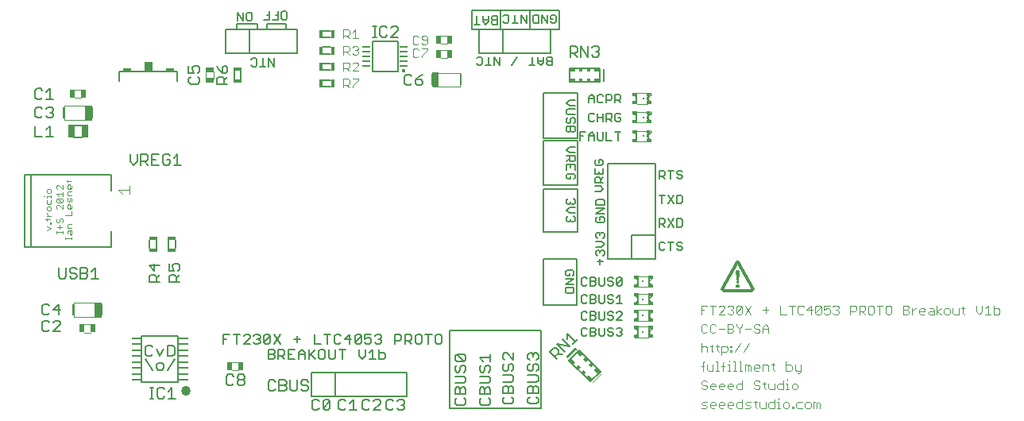
<source format=gto>
G75*
G70*
%OFA0B0*%
%FSLAX24Y24*%
%IPPOS*%
%LPD*%
%AMOC8*
5,1,8,0,0,1.08239X$1,22.5*
%
%ADD10C,0.0060*%
%ADD11C,0.0050*%
%ADD12C,0.0040*%
%ADD13C,0.0120*%
%ADD14C,0.0030*%
%ADD15R,0.0197X0.0374*%
%ADD16R,0.0197X0.0374*%
%ADD17R,0.0079X0.0472*%
%ADD18R,0.0256X0.0591*%
%ADD19R,0.0236X0.0118*%
%ADD20R,0.0157X0.0118*%
%ADD21R,0.0197X0.0118*%
%ADD22R,0.0039X0.0551*%
%ADD23R,0.0079X0.0551*%
%ADD24R,0.0079X0.0039*%
%ADD25R,0.0197X0.0128*%
%ADD26R,0.0098X0.0059*%
%ADD27R,0.0069X0.0157*%
%ADD28R,0.0079X0.0079*%
%ADD29R,0.0118X0.0118*%
%ADD30R,0.0030X0.0128*%
%ADD31R,0.0256X0.0551*%
%ADD32R,0.0354X0.0394*%
%ADD33R,0.0354X0.0118*%
%ADD34R,0.0374X0.0197*%
%ADD35R,0.0374X0.0197*%
%ADD36R,0.0374X0.0067*%
%ADD37C,0.0157*%
%ADD38R,0.0160X0.0340*%
%ADD39R,0.0340X0.0160*%
%ADD40C,0.0406*%
%ADD41R,0.0409X0.0098*%
D10*
X009352Y004708D02*
X009352Y006638D01*
X010892Y006638D01*
X010892Y004708D01*
X009352Y004708D01*
X009814Y005218D02*
X009520Y005659D01*
X009594Y005809D02*
X009741Y005809D01*
X009814Y005882D01*
X009594Y005809D02*
X009520Y005882D01*
X009520Y006176D01*
X009594Y006249D01*
X009741Y006249D01*
X009814Y006176D01*
X009981Y006102D02*
X010128Y005809D01*
X010274Y006102D01*
X010441Y006249D02*
X010661Y006249D01*
X010735Y006176D01*
X010735Y005882D01*
X010661Y005809D01*
X010441Y005809D01*
X010441Y006249D01*
X010735Y005659D02*
X010441Y005218D01*
X010274Y005292D02*
X010201Y005218D01*
X010054Y005218D01*
X009981Y005292D01*
X009981Y005439D01*
X010054Y005512D01*
X010201Y005512D01*
X010274Y005439D01*
X010274Y005292D01*
X012791Y006309D02*
X012791Y006709D01*
X013058Y006709D01*
X013215Y006709D02*
X013482Y006709D01*
X013348Y006709D02*
X013348Y006309D01*
X013638Y006309D02*
X013905Y006576D01*
X013905Y006642D01*
X013838Y006709D01*
X013705Y006709D01*
X013638Y006642D01*
X013638Y006309D02*
X013905Y006309D01*
X014062Y006376D02*
X014128Y006309D01*
X014262Y006309D01*
X014329Y006376D01*
X014329Y006442D01*
X014262Y006509D01*
X014195Y006509D01*
X014262Y006509D02*
X014329Y006576D01*
X014329Y006642D01*
X014262Y006709D01*
X014128Y006709D01*
X014062Y006642D01*
X014485Y006642D02*
X014485Y006376D01*
X014752Y006642D01*
X014752Y006376D01*
X014685Y006309D01*
X014552Y006309D01*
X014485Y006376D01*
X014485Y006642D02*
X014552Y006709D01*
X014685Y006709D01*
X014752Y006642D01*
X014909Y006709D02*
X015176Y006309D01*
X015093Y006084D02*
X015293Y006084D01*
X015360Y006017D01*
X015360Y005884D01*
X015293Y005817D01*
X015093Y005817D01*
X015226Y005817D02*
X015360Y005684D01*
X015516Y005684D02*
X015783Y005684D01*
X015940Y005684D02*
X015940Y005951D01*
X016073Y006084D01*
X016207Y005951D01*
X016207Y005684D01*
X016363Y005684D02*
X016363Y006084D01*
X016430Y005884D02*
X016630Y005684D01*
X016787Y005751D02*
X016854Y005684D01*
X016987Y005684D01*
X017054Y005751D01*
X017054Y006017D01*
X016987Y006084D01*
X016854Y006084D01*
X016787Y006017D01*
X016787Y005751D01*
X016630Y006084D02*
X016363Y005817D01*
X016207Y005884D02*
X015940Y005884D01*
X015783Y006084D02*
X015516Y006084D01*
X015516Y005684D01*
X015516Y005884D02*
X015650Y005884D01*
X015093Y005684D02*
X015093Y006084D01*
X014936Y006017D02*
X014936Y005951D01*
X014869Y005884D01*
X014669Y005884D01*
X014669Y005684D02*
X014869Y005684D01*
X014936Y005751D01*
X014936Y005817D01*
X014869Y005884D01*
X014936Y006017D02*
X014869Y006084D01*
X014669Y006084D01*
X014669Y005684D01*
X014909Y006309D02*
X015176Y006709D01*
X015756Y006509D02*
X016023Y006509D01*
X015889Y006642D02*
X015889Y006376D01*
X016603Y006309D02*
X016870Y006309D01*
X016603Y006309D02*
X016603Y006709D01*
X017027Y006709D02*
X017293Y006709D01*
X017160Y006709D02*
X017160Y006309D01*
X017210Y006084D02*
X017210Y005751D01*
X017277Y005684D01*
X017411Y005684D01*
X017477Y005751D01*
X017477Y006084D01*
X017634Y006084D02*
X017901Y006084D01*
X017767Y006084D02*
X017767Y005684D01*
X017471Y005098D02*
X016471Y005098D01*
X016471Y004098D01*
X017471Y004098D01*
X017471Y005098D01*
X020471Y005098D01*
X020471Y004098D01*
X017471Y004098D01*
X017628Y003892D02*
X017701Y003966D01*
X017848Y003966D01*
X017921Y003892D01*
X018088Y003819D02*
X018235Y003966D01*
X018235Y003525D01*
X018088Y003525D02*
X018382Y003525D01*
X018628Y003599D02*
X018701Y003525D01*
X018848Y003525D01*
X018921Y003599D01*
X019088Y003525D02*
X019382Y003819D01*
X019382Y003892D01*
X019308Y003966D01*
X019161Y003966D01*
X019088Y003892D01*
X018921Y003892D02*
X018848Y003966D01*
X018701Y003966D01*
X018628Y003892D01*
X018628Y003599D01*
X019088Y003525D02*
X019382Y003525D01*
X019628Y003599D02*
X019701Y003525D01*
X019848Y003525D01*
X019921Y003599D01*
X020088Y003599D02*
X020161Y003525D01*
X020308Y003525D01*
X020382Y003599D01*
X020382Y003672D01*
X020308Y003746D01*
X020235Y003746D01*
X020308Y003746D02*
X020382Y003819D01*
X020382Y003892D01*
X020308Y003966D01*
X020161Y003966D01*
X020088Y003892D01*
X019921Y003892D02*
X019848Y003966D01*
X019701Y003966D01*
X019628Y003892D01*
X019628Y003599D01*
X017921Y003599D02*
X017848Y003525D01*
X017701Y003525D01*
X017628Y003599D01*
X017628Y003892D01*
X017257Y003892D02*
X016963Y003599D01*
X017036Y003525D01*
X017183Y003525D01*
X017257Y003599D01*
X017257Y003892D01*
X017183Y003966D01*
X017036Y003966D01*
X016963Y003892D01*
X016963Y003599D01*
X016796Y003599D02*
X016723Y003525D01*
X016576Y003525D01*
X016503Y003599D01*
X016503Y003892D01*
X016576Y003966D01*
X016723Y003966D01*
X016796Y003892D01*
X018614Y005684D02*
X018748Y005817D01*
X018748Y006084D01*
X018905Y005951D02*
X019038Y006084D01*
X019038Y005684D01*
X018905Y005684D02*
X019171Y005684D01*
X019328Y005684D02*
X019528Y005684D01*
X019595Y005751D01*
X019595Y005884D01*
X019528Y005951D01*
X019328Y005951D01*
X019328Y006084D02*
X019328Y005684D01*
X018614Y005684D02*
X018481Y005817D01*
X018481Y006084D01*
X018497Y006309D02*
X018364Y006309D01*
X018297Y006376D01*
X018564Y006642D01*
X018564Y006376D01*
X018497Y006309D01*
X018297Y006376D02*
X018297Y006642D01*
X018364Y006709D01*
X018497Y006709D01*
X018564Y006642D01*
X018721Y006709D02*
X018721Y006509D01*
X018854Y006576D01*
X018921Y006576D01*
X018988Y006509D01*
X018988Y006376D01*
X018921Y006309D01*
X018787Y006309D01*
X018721Y006376D01*
X018721Y006709D02*
X018988Y006709D01*
X019144Y006642D02*
X019211Y006709D01*
X019344Y006709D01*
X019411Y006642D01*
X019411Y006576D01*
X019344Y006509D01*
X019411Y006442D01*
X019411Y006376D01*
X019344Y006309D01*
X019211Y006309D01*
X019144Y006376D01*
X019278Y006509D02*
X019344Y006509D01*
X019991Y006442D02*
X020192Y006442D01*
X020258Y006509D01*
X020258Y006642D01*
X020192Y006709D01*
X019991Y006709D01*
X019991Y006309D01*
X020415Y006309D02*
X020415Y006709D01*
X020615Y006709D01*
X020682Y006642D01*
X020682Y006509D01*
X020615Y006442D01*
X020415Y006442D01*
X020548Y006442D02*
X020682Y006309D01*
X020838Y006376D02*
X020905Y006309D01*
X021039Y006309D01*
X021105Y006376D01*
X021105Y006642D01*
X021039Y006709D01*
X020905Y006709D01*
X020838Y006642D01*
X020838Y006376D01*
X021262Y006709D02*
X021529Y006709D01*
X021395Y006709D02*
X021395Y006309D01*
X021686Y006376D02*
X021686Y006642D01*
X021752Y006709D01*
X021886Y006709D01*
X021952Y006642D01*
X021952Y006376D01*
X021886Y006309D01*
X021752Y006309D01*
X021686Y006376D01*
X022286Y006862D02*
X022286Y003614D01*
X026124Y003614D01*
X026124Y006862D01*
X022286Y006862D01*
X022578Y005877D02*
X022871Y005583D01*
X022945Y005657D01*
X022945Y005804D01*
X022871Y005877D01*
X022578Y005877D01*
X022504Y005804D01*
X022504Y005657D01*
X022578Y005583D01*
X022871Y005583D01*
X022871Y005417D02*
X022798Y005417D01*
X022725Y005343D01*
X022725Y005196D01*
X022651Y005123D01*
X022578Y005123D01*
X022504Y005196D01*
X022504Y005343D01*
X022578Y005417D01*
X022871Y005417D02*
X022945Y005343D01*
X022945Y005196D01*
X022871Y005123D01*
X022871Y004956D02*
X022504Y004956D01*
X022504Y004663D02*
X022871Y004663D01*
X022945Y004736D01*
X022945Y004883D01*
X022871Y004956D01*
X022871Y004496D02*
X022798Y004496D01*
X022725Y004422D01*
X022725Y004202D01*
X022945Y004202D02*
X022504Y004202D01*
X022504Y004422D01*
X022578Y004496D01*
X022651Y004496D01*
X022725Y004422D01*
X022871Y004496D02*
X022945Y004422D01*
X022945Y004202D01*
X022871Y004036D02*
X022945Y003962D01*
X022945Y003815D01*
X022871Y003742D01*
X022578Y003742D01*
X022504Y003815D01*
X022504Y003962D01*
X022578Y004036D01*
X023538Y003962D02*
X023538Y003815D01*
X023611Y003742D01*
X023905Y003742D01*
X023978Y003815D01*
X023978Y003962D01*
X023905Y004036D01*
X023978Y004202D02*
X023978Y004422D01*
X023905Y004496D01*
X023831Y004496D01*
X023758Y004422D01*
X023758Y004202D01*
X023538Y004202D02*
X023538Y004422D01*
X023611Y004496D01*
X023685Y004496D01*
X023758Y004422D01*
X023905Y004663D02*
X023538Y004663D01*
X023538Y004956D02*
X023905Y004956D01*
X023978Y004883D01*
X023978Y004736D01*
X023905Y004663D01*
X024522Y004712D02*
X024889Y004712D01*
X024962Y004785D01*
X024962Y004932D01*
X024889Y005005D01*
X024522Y005005D01*
X024595Y005172D02*
X024669Y005172D01*
X024742Y005246D01*
X024742Y005392D01*
X024816Y005466D01*
X024889Y005466D01*
X024962Y005392D01*
X024962Y005246D01*
X024889Y005172D01*
X024595Y005172D02*
X024522Y005246D01*
X024522Y005392D01*
X024595Y005466D01*
X024595Y005633D02*
X024522Y005706D01*
X024522Y005853D01*
X024595Y005926D01*
X024669Y005926D01*
X024962Y005633D01*
X024962Y005926D01*
X025556Y005853D02*
X025556Y005706D01*
X025629Y005633D01*
X025629Y005466D02*
X025556Y005392D01*
X025556Y005246D01*
X025629Y005172D01*
X025702Y005172D01*
X025776Y005246D01*
X025776Y005392D01*
X025849Y005466D01*
X025923Y005466D01*
X025996Y005392D01*
X025996Y005246D01*
X025923Y005172D01*
X025923Y005005D02*
X025556Y005005D01*
X025923Y005005D02*
X025996Y004932D01*
X025996Y004785D01*
X025923Y004712D01*
X025556Y004712D01*
X025629Y004545D02*
X025556Y004472D01*
X025556Y004252D01*
X025996Y004252D01*
X025996Y004472D01*
X025923Y004545D01*
X025849Y004545D01*
X025776Y004472D01*
X025776Y004252D01*
X025776Y004472D02*
X025702Y004545D01*
X025629Y004545D01*
X025629Y004085D02*
X025556Y004011D01*
X025556Y003865D01*
X025629Y003791D01*
X025923Y003791D01*
X025996Y003865D01*
X025996Y004011D01*
X025923Y004085D01*
X024962Y004011D02*
X024962Y003865D01*
X024889Y003791D01*
X024595Y003791D01*
X024522Y003865D01*
X024522Y004011D01*
X024595Y004085D01*
X024522Y004252D02*
X024522Y004472D01*
X024595Y004545D01*
X024669Y004545D01*
X024742Y004472D01*
X024742Y004252D01*
X024742Y004472D02*
X024816Y004545D01*
X024889Y004545D01*
X024962Y004472D01*
X024962Y004252D01*
X024522Y004252D01*
X024889Y004085D02*
X024962Y004011D01*
X023978Y004202D02*
X023538Y004202D01*
X023611Y004036D02*
X023538Y003962D01*
X023611Y005123D02*
X023685Y005123D01*
X023758Y005196D01*
X023758Y005343D01*
X023831Y005417D01*
X023905Y005417D01*
X023978Y005343D01*
X023978Y005196D01*
X023905Y005123D01*
X023611Y005123D02*
X023538Y005196D01*
X023538Y005343D01*
X023611Y005417D01*
X023685Y005583D02*
X023538Y005730D01*
X023978Y005730D01*
X023978Y005583D02*
X023978Y005877D01*
X025556Y005853D02*
X025629Y005926D01*
X025702Y005926D01*
X025776Y005853D01*
X025849Y005926D01*
X025923Y005926D01*
X025996Y005853D01*
X025996Y005706D01*
X025923Y005633D01*
X025776Y005779D02*
X025776Y005853D01*
X027291Y005622D02*
X027709Y006039D01*
X028599Y005149D01*
X028182Y004731D01*
X027291Y005622D01*
X027601Y007944D02*
X026223Y007944D01*
X026223Y009864D01*
X027601Y009864D01*
X027601Y007944D01*
X028914Y009881D02*
X028914Y013881D01*
X030914Y013881D01*
X030914Y010881D01*
X029914Y010881D01*
X029914Y009881D01*
X028914Y009881D01*
X029914Y009881D02*
X030914Y009881D01*
X030914Y010881D01*
X027650Y010995D02*
X027650Y012816D01*
X026223Y012816D01*
X026223Y010995D01*
X027650Y010995D01*
X027650Y012964D02*
X026223Y012964D01*
X026223Y014834D01*
X027650Y014834D01*
X027650Y012964D01*
X027650Y014932D02*
X026223Y014932D01*
X026223Y016852D01*
X027650Y016852D01*
X027650Y014932D01*
X027315Y017295D02*
X027315Y017885D01*
X028575Y017885D01*
X028575Y017295D01*
X027315Y017295D01*
X026508Y018517D02*
X024508Y018517D01*
X024508Y019517D01*
X026508Y019517D01*
X026863Y019509D02*
X025632Y019509D01*
X024402Y019509D01*
X023221Y019509D01*
X023221Y020297D01*
X024402Y020297D01*
X025632Y020297D01*
X026863Y020297D01*
X026863Y019509D01*
X025632Y019509D02*
X025632Y020297D01*
X024402Y020297D02*
X024402Y019509D01*
X024508Y019517D02*
X023508Y019517D01*
X023508Y018517D01*
X024508Y018517D01*
X020113Y019017D02*
X020113Y017738D01*
X019030Y017738D01*
X019030Y019017D01*
X020113Y019017D01*
X017289Y019172D02*
X016948Y019172D01*
X016948Y018764D02*
X017289Y018764D01*
X017289Y018483D02*
X016948Y018483D01*
X016948Y018075D02*
X017289Y018075D01*
X017289Y017794D02*
X016948Y017794D01*
X016948Y017386D02*
X017289Y017386D01*
X017289Y017105D02*
X016948Y017105D01*
X015878Y018517D02*
X013878Y018517D01*
X013878Y019517D01*
X015878Y019517D01*
X015396Y019509D02*
X015396Y019755D01*
X014609Y019755D01*
X014609Y019509D01*
X014215Y019509D02*
X014215Y019755D01*
X013329Y019755D01*
X013329Y019509D01*
X012878Y019517D02*
X013878Y019517D01*
X012878Y019517D02*
X012878Y018517D01*
X013878Y018517D01*
X013518Y017760D02*
X013518Y017420D01*
X013238Y017420D02*
X013238Y017760D01*
X010859Y017747D02*
X010859Y017326D01*
X010859Y017747D02*
X008418Y017747D01*
X008418Y017326D01*
X006847Y015478D02*
X006524Y015478D01*
X006524Y014978D02*
X006847Y014978D01*
X009695Y010673D02*
X009695Y010333D01*
X009975Y010333D02*
X009975Y010673D01*
X010482Y010673D02*
X010482Y010333D01*
X010763Y010333D02*
X010763Y010673D01*
X017450Y006642D02*
X017450Y006376D01*
X017517Y006309D01*
X017650Y006309D01*
X017717Y006376D01*
X017874Y006509D02*
X018074Y006709D01*
X018074Y006309D01*
X018141Y006509D02*
X017874Y006509D01*
X017717Y006642D02*
X017650Y006709D01*
X017517Y006709D01*
X017450Y006642D01*
X012925Y006509D02*
X012791Y006509D01*
X016948Y019453D02*
X017289Y019453D01*
D11*
X015878Y019517D02*
X015878Y018517D01*
X014928Y018303D02*
X014928Y017953D01*
X014695Y018303D01*
X014695Y017953D01*
X014560Y017953D02*
X014326Y017953D01*
X014443Y017953D02*
X014443Y018303D01*
X014191Y018245D02*
X014133Y018303D01*
X014016Y018303D01*
X013958Y018245D01*
X014191Y018245D02*
X014191Y018011D01*
X014133Y017953D01*
X014016Y017953D01*
X013958Y018011D01*
X012960Y017907D02*
X012960Y017757D01*
X012885Y017682D01*
X012734Y017682D01*
X012734Y017907D01*
X012809Y017982D01*
X012885Y017982D01*
X012960Y017907D01*
X012734Y017682D02*
X012584Y017832D01*
X012509Y017982D01*
X012584Y017521D02*
X012734Y017521D01*
X012809Y017446D01*
X012809Y017221D01*
X012809Y017371D02*
X012960Y017521D01*
X012960Y017221D02*
X012509Y017221D01*
X012509Y017446D01*
X012584Y017521D01*
X011778Y017446D02*
X011778Y017296D01*
X011703Y017221D01*
X011403Y017221D01*
X011328Y017296D01*
X011328Y017446D01*
X011403Y017521D01*
X011328Y017682D02*
X011553Y017682D01*
X011478Y017832D01*
X011478Y017907D01*
X011553Y017982D01*
X011703Y017982D01*
X011778Y017907D01*
X011778Y017757D01*
X011703Y017682D01*
X011703Y017521D02*
X011778Y017446D01*
X011328Y017682D02*
X011328Y017982D01*
X013391Y019872D02*
X013391Y020222D01*
X013625Y019872D01*
X013625Y020222D01*
X013760Y020164D02*
X013760Y019931D01*
X013818Y019872D01*
X013935Y019872D01*
X013993Y019931D01*
X013993Y020164D01*
X013935Y020222D01*
X013818Y020222D01*
X013760Y020164D01*
X014486Y019917D02*
X014720Y019917D01*
X014720Y020268D01*
X014720Y020093D02*
X014603Y020093D01*
X014855Y019917D02*
X015088Y019917D01*
X015088Y020268D01*
X015223Y020209D02*
X015281Y020268D01*
X015398Y020268D01*
X015457Y020209D01*
X015457Y019976D01*
X015398Y019917D01*
X015281Y019917D01*
X015223Y019976D01*
X015223Y020209D01*
X015088Y020093D02*
X014972Y020093D01*
X019055Y019640D02*
X019205Y019640D01*
X019130Y019640D02*
X019130Y019190D01*
X019055Y019190D02*
X019205Y019190D01*
X019362Y019265D02*
X019437Y019190D01*
X019587Y019190D01*
X019662Y019265D01*
X019822Y019190D02*
X020122Y019490D01*
X020122Y019565D01*
X020047Y019640D01*
X019897Y019640D01*
X019822Y019565D01*
X019662Y019565D02*
X019587Y019640D01*
X019437Y019640D01*
X019362Y019565D01*
X019362Y019265D01*
X019822Y019190D02*
X020122Y019190D01*
X020466Y017622D02*
X020391Y017547D01*
X020391Y017247D01*
X020466Y017172D01*
X020617Y017172D01*
X020692Y017247D01*
X020852Y017247D02*
X020927Y017172D01*
X021077Y017172D01*
X021152Y017247D01*
X021152Y017322D01*
X021077Y017397D01*
X020852Y017397D01*
X020852Y017247D01*
X020852Y017397D02*
X021002Y017547D01*
X021152Y017622D01*
X020692Y017547D02*
X020617Y017622D01*
X020466Y017622D01*
X023411Y018060D02*
X023470Y018002D01*
X023587Y018002D01*
X023645Y018060D01*
X023645Y018294D01*
X023587Y018352D01*
X023470Y018352D01*
X023411Y018294D01*
X023780Y018002D02*
X024013Y018002D01*
X023897Y018002D02*
X023897Y018352D01*
X024148Y018352D02*
X024148Y018002D01*
X024382Y018002D02*
X024148Y018352D01*
X024382Y018352D02*
X024382Y018002D01*
X024885Y018002D02*
X025118Y018352D01*
X025621Y018002D02*
X025855Y018002D01*
X025738Y018002D02*
X025738Y018352D01*
X025990Y018352D02*
X025990Y018119D01*
X026106Y018002D01*
X026223Y018119D01*
X026223Y018352D01*
X026358Y018294D02*
X026416Y018352D01*
X026591Y018352D01*
X026591Y018002D01*
X026416Y018002D01*
X026358Y018060D01*
X026358Y018119D01*
X026416Y018177D01*
X026591Y018177D01*
X026416Y018177D02*
X026358Y018236D01*
X026358Y018294D01*
X026223Y018177D02*
X025990Y018177D01*
X026508Y018517D02*
X026508Y019517D01*
X026563Y019770D02*
X026505Y019828D01*
X026563Y019770D02*
X026680Y019770D01*
X026738Y019828D01*
X026738Y020062D01*
X026680Y020120D01*
X026563Y020120D01*
X026505Y020062D01*
X026505Y019945D01*
X026621Y019945D01*
X026370Y020120D02*
X026370Y019770D01*
X026136Y020120D01*
X026136Y019770D01*
X026001Y019770D02*
X026001Y020120D01*
X025826Y020120D01*
X025768Y020062D01*
X025768Y019828D01*
X025826Y019770D01*
X026001Y019770D01*
X025498Y019770D02*
X025264Y020120D01*
X025264Y019770D01*
X025130Y019770D02*
X024896Y019770D01*
X025013Y019770D02*
X025013Y020120D01*
X024761Y020062D02*
X024703Y020120D01*
X024586Y020120D01*
X024528Y020062D01*
X024761Y020062D02*
X024761Y019828D01*
X024703Y019770D01*
X024586Y019770D01*
X024528Y019828D01*
X024266Y019896D02*
X024091Y019896D01*
X024032Y019954D01*
X024032Y020012D01*
X024091Y020071D01*
X024266Y020071D01*
X024266Y019721D01*
X024091Y019721D01*
X024032Y019779D01*
X024032Y019837D01*
X024091Y019896D01*
X023897Y019896D02*
X023664Y019896D01*
X023664Y019837D02*
X023664Y020071D01*
X023897Y020071D02*
X023897Y019837D01*
X023781Y019721D01*
X023664Y019837D01*
X023529Y019721D02*
X023296Y019721D01*
X023412Y019721D02*
X023412Y020071D01*
X025498Y020120D02*
X025498Y019770D01*
X027330Y018803D02*
X027556Y018803D01*
X027631Y018728D01*
X027631Y018578D01*
X027556Y018503D01*
X027330Y018503D01*
X027330Y018353D02*
X027330Y018803D01*
X027481Y018503D02*
X027631Y018353D01*
X027791Y018353D02*
X027791Y018803D01*
X028091Y018353D01*
X028091Y018803D01*
X028251Y018728D02*
X028326Y018803D01*
X028476Y018803D01*
X028551Y018728D01*
X028551Y018653D01*
X028476Y018578D01*
X028551Y018503D01*
X028551Y018428D01*
X028476Y018353D01*
X028326Y018353D01*
X028251Y018428D01*
X028401Y018578D02*
X028476Y018578D01*
X028548Y016778D02*
X028489Y016719D01*
X028489Y016486D01*
X028548Y016428D01*
X028664Y016428D01*
X028723Y016486D01*
X028858Y016544D02*
X029033Y016544D01*
X029091Y016603D01*
X029091Y016719D01*
X029033Y016778D01*
X028858Y016778D01*
X028858Y016428D01*
X028723Y016719D02*
X028664Y016778D01*
X028548Y016778D01*
X028354Y016661D02*
X028354Y016428D01*
X028354Y016603D02*
X028121Y016603D01*
X028121Y016661D02*
X028238Y016778D01*
X028354Y016661D01*
X028121Y016661D02*
X028121Y016428D01*
X027537Y016530D02*
X027303Y016530D01*
X027187Y016414D01*
X027303Y016297D01*
X027537Y016297D01*
X027537Y016162D02*
X027245Y016162D01*
X027187Y016104D01*
X027187Y015987D01*
X027245Y015929D01*
X027537Y015929D01*
X027479Y015794D02*
X027420Y015794D01*
X027362Y015736D01*
X027362Y015619D01*
X027303Y015560D01*
X027245Y015560D01*
X027187Y015619D01*
X027187Y015736D01*
X027245Y015794D01*
X027479Y015794D02*
X027537Y015736D01*
X027537Y015619D01*
X027479Y015560D01*
X027537Y015426D02*
X027187Y015426D01*
X027187Y015250D01*
X027245Y015192D01*
X027303Y015192D01*
X027362Y015250D01*
X027362Y015426D01*
X027537Y015426D02*
X027537Y015250D01*
X027479Y015192D01*
X027420Y015192D01*
X027362Y015250D01*
X027753Y015203D02*
X027986Y015203D01*
X028121Y015086D02*
X028238Y015203D01*
X028354Y015086D01*
X028354Y014853D01*
X028489Y014911D02*
X028548Y014853D01*
X028664Y014853D01*
X028723Y014911D01*
X028723Y015203D01*
X028858Y015203D02*
X028858Y014853D01*
X029091Y014853D01*
X029343Y014853D02*
X029343Y015203D01*
X029459Y015203D02*
X029226Y015203D01*
X028489Y015203D02*
X028489Y014911D01*
X028354Y015028D02*
X028121Y015028D01*
X028121Y015086D02*
X028121Y014853D01*
X027869Y015028D02*
X027753Y015028D01*
X027753Y014853D02*
X027753Y015203D01*
X028179Y015640D02*
X028296Y015640D01*
X028354Y015698D01*
X028489Y015640D02*
X028489Y015990D01*
X028354Y015932D02*
X028296Y015990D01*
X028179Y015990D01*
X028121Y015932D01*
X028121Y015698D01*
X028179Y015640D01*
X028489Y015815D02*
X028723Y015815D01*
X028858Y015757D02*
X029033Y015757D01*
X029091Y015815D01*
X029091Y015932D01*
X029033Y015990D01*
X028858Y015990D01*
X028858Y015640D01*
X028723Y015640D02*
X028723Y015990D01*
X028974Y015757D02*
X029091Y015640D01*
X029226Y015698D02*
X029284Y015640D01*
X029401Y015640D01*
X029459Y015698D01*
X029459Y015815D01*
X029343Y015815D01*
X029459Y015932D02*
X029401Y015990D01*
X029284Y015990D01*
X029226Y015932D01*
X029226Y015698D01*
X029226Y016428D02*
X029226Y016778D01*
X029401Y016778D01*
X029459Y016719D01*
X029459Y016603D01*
X029401Y016544D01*
X029226Y016544D01*
X029343Y016544D02*
X029459Y016428D01*
X027537Y014562D02*
X027303Y014562D01*
X027187Y014445D01*
X027303Y014328D01*
X027537Y014328D01*
X027537Y014194D02*
X027537Y014019D01*
X027479Y013960D01*
X027362Y013960D01*
X027303Y014019D01*
X027303Y014194D01*
X027187Y014194D02*
X027537Y014194D01*
X027303Y014077D02*
X027187Y013960D01*
X027187Y013825D02*
X027187Y013592D01*
X027245Y013457D02*
X027187Y013399D01*
X027187Y013282D01*
X027245Y013224D01*
X027362Y013224D01*
X027362Y013340D01*
X027479Y013224D02*
X027537Y013282D01*
X027537Y013399D01*
X027479Y013457D01*
X027245Y013457D01*
X027362Y013709D02*
X027362Y013825D01*
X027537Y013825D02*
X027187Y013825D01*
X027537Y013825D02*
X027537Y013592D01*
X028364Y013667D02*
X028364Y013433D01*
X028714Y013433D01*
X028714Y013667D01*
X028656Y013802D02*
X028714Y013860D01*
X028714Y013977D01*
X028656Y014035D01*
X028539Y014035D01*
X028539Y013918D01*
X028422Y013802D02*
X028656Y013802D01*
X028422Y013802D02*
X028364Y013860D01*
X028364Y013977D01*
X028422Y014035D01*
X028539Y013550D02*
X028539Y013433D01*
X028539Y013299D02*
X028597Y013240D01*
X028597Y013065D01*
X028597Y013182D02*
X028714Y013299D01*
X028539Y013299D02*
X028422Y013299D01*
X028364Y013240D01*
X028364Y013065D01*
X028714Y013065D01*
X028597Y012930D02*
X028364Y012930D01*
X028597Y012930D02*
X028714Y012814D01*
X028597Y012697D01*
X028364Y012697D01*
X028471Y012362D02*
X028413Y012304D01*
X028413Y012129D01*
X028763Y012129D01*
X028763Y012304D01*
X028705Y012362D01*
X028471Y012362D01*
X028413Y011994D02*
X028763Y011994D01*
X028413Y011760D01*
X028763Y011760D01*
X028705Y011625D02*
X028588Y011625D01*
X028588Y011509D01*
X028705Y011625D02*
X028763Y011567D01*
X028763Y011450D01*
X028705Y011392D01*
X028471Y011392D01*
X028413Y011450D01*
X028413Y011567D01*
X028471Y011625D01*
X027537Y011602D02*
X027537Y011485D01*
X027479Y011426D01*
X027420Y011426D01*
X027362Y011485D01*
X027303Y011426D01*
X027245Y011426D01*
X027187Y011485D01*
X027187Y011602D01*
X027245Y011660D01*
X027303Y011795D02*
X027537Y011795D01*
X027479Y011660D02*
X027537Y011602D01*
X027362Y011543D02*
X027362Y011485D01*
X027303Y011795D02*
X027187Y011912D01*
X027303Y012028D01*
X027537Y012028D01*
X027479Y012163D02*
X027420Y012163D01*
X027362Y012221D01*
X027303Y012163D01*
X027245Y012163D01*
X027187Y012221D01*
X027187Y012338D01*
X027245Y012397D01*
X027362Y012280D02*
X027362Y012221D01*
X027479Y012163D02*
X027537Y012221D01*
X027537Y012338D01*
X027479Y012397D01*
X028471Y010984D02*
X028530Y010984D01*
X028588Y010926D01*
X028646Y010984D01*
X028705Y010984D01*
X028763Y010926D01*
X028763Y010809D01*
X028705Y010751D01*
X028646Y010616D02*
X028413Y010616D01*
X028471Y010751D02*
X028413Y010809D01*
X028413Y010926D01*
X028471Y010984D01*
X028588Y010926D02*
X028588Y010867D01*
X028646Y010616D02*
X028763Y010499D01*
X028646Y010382D01*
X028413Y010382D01*
X028471Y010247D02*
X028530Y010247D01*
X028588Y010189D01*
X028646Y010247D01*
X028705Y010247D01*
X028763Y010189D01*
X028763Y010072D01*
X028705Y010014D01*
X028588Y010131D02*
X028588Y010189D01*
X028471Y010247D02*
X028413Y010189D01*
X028413Y010072D01*
X028471Y010014D01*
X028588Y009879D02*
X028588Y009646D01*
X028471Y009762D02*
X028705Y009762D01*
X027488Y009336D02*
X027429Y009395D01*
X027196Y009395D01*
X027138Y009336D01*
X027138Y009220D01*
X027196Y009161D01*
X027313Y009161D01*
X027313Y009278D01*
X027429Y009161D02*
X027488Y009220D01*
X027488Y009336D01*
X027488Y009026D02*
X027138Y009026D01*
X027138Y008793D02*
X027488Y008793D01*
X027488Y008658D02*
X027138Y008658D01*
X027138Y008483D01*
X027196Y008425D01*
X027429Y008425D01*
X027488Y008483D01*
X027488Y008658D01*
X027810Y008809D02*
X027868Y008750D01*
X027985Y008750D01*
X028043Y008809D01*
X028178Y008750D02*
X028353Y008750D01*
X028412Y008809D01*
X028412Y008867D01*
X028353Y008925D01*
X028178Y008925D01*
X028178Y008750D02*
X028178Y009101D01*
X028353Y009101D01*
X028412Y009042D01*
X028412Y008984D01*
X028353Y008925D01*
X028546Y008809D02*
X028605Y008750D01*
X028721Y008750D01*
X028780Y008809D01*
X028780Y009101D01*
X028915Y009042D02*
X028915Y008984D01*
X028973Y008925D01*
X029090Y008925D01*
X029148Y008867D01*
X029148Y008809D01*
X029090Y008750D01*
X028973Y008750D01*
X028915Y008809D01*
X028915Y009042D02*
X028973Y009101D01*
X029090Y009101D01*
X029148Y009042D01*
X029283Y009042D02*
X029283Y008809D01*
X029516Y009042D01*
X029516Y008809D01*
X029458Y008750D01*
X029341Y008750D01*
X029283Y008809D01*
X029283Y009042D02*
X029341Y009101D01*
X029458Y009101D01*
X029516Y009042D01*
X028546Y009101D02*
X028546Y008809D01*
X028043Y009042D02*
X027985Y009101D01*
X027868Y009101D01*
X027810Y009042D01*
X027810Y008809D01*
X027488Y009026D02*
X027138Y008793D01*
X027810Y008304D02*
X027810Y008071D01*
X027868Y008012D01*
X027985Y008012D01*
X028043Y008071D01*
X028178Y008012D02*
X028353Y008012D01*
X028412Y008071D01*
X028412Y008129D01*
X028353Y008187D01*
X028178Y008187D01*
X028178Y008012D02*
X028178Y008362D01*
X028353Y008362D01*
X028412Y008304D01*
X028412Y008246D01*
X028353Y008187D01*
X028546Y008071D02*
X028546Y008362D01*
X028780Y008362D02*
X028780Y008071D01*
X028721Y008012D01*
X028605Y008012D01*
X028546Y008071D01*
X028915Y008071D02*
X028973Y008012D01*
X029090Y008012D01*
X029148Y008071D01*
X029148Y008129D01*
X029090Y008187D01*
X028973Y008187D01*
X028915Y008246D01*
X028915Y008304D01*
X028973Y008362D01*
X029090Y008362D01*
X029148Y008304D01*
X029283Y008246D02*
X029400Y008362D01*
X029400Y008012D01*
X029516Y008012D02*
X029283Y008012D01*
X029341Y007673D02*
X029283Y007615D01*
X029341Y007673D02*
X029458Y007673D01*
X029516Y007615D01*
X029516Y007557D01*
X029283Y007323D01*
X029516Y007323D01*
X029458Y006984D02*
X029516Y006926D01*
X029516Y006868D01*
X029458Y006809D01*
X029516Y006751D01*
X029516Y006693D01*
X029458Y006634D01*
X029341Y006634D01*
X029283Y006693D01*
X029148Y006693D02*
X029090Y006634D01*
X028973Y006634D01*
X028915Y006693D01*
X028973Y006809D02*
X029090Y006809D01*
X029148Y006751D01*
X029148Y006693D01*
X028973Y006809D02*
X028915Y006868D01*
X028915Y006926D01*
X028973Y006984D01*
X029090Y006984D01*
X029148Y006926D01*
X029283Y006926D02*
X029341Y006984D01*
X029458Y006984D01*
X029458Y006809D02*
X029400Y006809D01*
X029090Y007323D02*
X028973Y007323D01*
X028915Y007382D01*
X028973Y007498D02*
X029090Y007498D01*
X029148Y007440D01*
X029148Y007382D01*
X029090Y007323D01*
X028973Y007498D02*
X028915Y007557D01*
X028915Y007615D01*
X028973Y007673D01*
X029090Y007673D01*
X029148Y007615D01*
X028780Y007673D02*
X028780Y007382D01*
X028721Y007323D01*
X028605Y007323D01*
X028546Y007382D01*
X028546Y007673D01*
X028412Y007615D02*
X028353Y007673D01*
X028178Y007673D01*
X028178Y007323D01*
X028353Y007323D01*
X028412Y007382D01*
X028412Y007440D01*
X028353Y007498D01*
X028178Y007498D01*
X028353Y007498D02*
X028412Y007557D01*
X028412Y007615D01*
X028043Y007615D02*
X027985Y007673D01*
X027868Y007673D01*
X027810Y007615D01*
X027810Y007382D01*
X027868Y007323D01*
X027985Y007323D01*
X028043Y007382D01*
X027985Y006984D02*
X027868Y006984D01*
X027810Y006926D01*
X027810Y006693D01*
X027868Y006634D01*
X027985Y006634D01*
X028043Y006693D01*
X028178Y006634D02*
X028353Y006634D01*
X028412Y006693D01*
X028412Y006751D01*
X028353Y006809D01*
X028178Y006809D01*
X028178Y006634D02*
X028178Y006984D01*
X028353Y006984D01*
X028412Y006926D01*
X028412Y006868D01*
X028353Y006809D01*
X028546Y006693D02*
X028605Y006634D01*
X028721Y006634D01*
X028780Y006693D01*
X028780Y006984D01*
X028546Y006984D02*
X028546Y006693D01*
X028043Y006926D02*
X027985Y006984D01*
X027651Y006521D02*
X027439Y006309D01*
X027545Y006415D02*
X027227Y006734D01*
X027227Y006521D01*
X027007Y006514D02*
X027326Y006196D01*
X026795Y006302D01*
X027113Y005984D01*
X027000Y005870D02*
X026788Y005870D01*
X026841Y005923D02*
X026682Y005764D01*
X026788Y005658D02*
X026469Y005977D01*
X026629Y006136D01*
X026735Y006136D01*
X026841Y006030D01*
X026841Y005923D01*
X027810Y008304D02*
X027868Y008362D01*
X027985Y008362D01*
X028043Y008304D01*
X031071Y010291D02*
X031129Y010233D01*
X031246Y010233D01*
X031304Y010291D01*
X031071Y010291D02*
X031071Y010525D01*
X031129Y010583D01*
X031246Y010583D01*
X031304Y010525D01*
X031439Y010583D02*
X031672Y010583D01*
X031556Y010583D02*
X031556Y010233D01*
X031807Y010291D02*
X031866Y010233D01*
X031982Y010233D01*
X032041Y010291D01*
X032041Y010350D01*
X031982Y010408D01*
X031866Y010408D01*
X031807Y010467D01*
X031807Y010525D01*
X031866Y010583D01*
X031982Y010583D01*
X032041Y010525D01*
X031982Y011217D02*
X032041Y011276D01*
X032041Y011509D01*
X031982Y011568D01*
X031807Y011568D01*
X031807Y011217D01*
X031982Y011217D01*
X031672Y011217D02*
X031439Y011568D01*
X031304Y011509D02*
X031246Y011568D01*
X031071Y011568D01*
X031071Y011217D01*
X031071Y011334D02*
X031246Y011334D01*
X031304Y011392D01*
X031304Y011509D01*
X031187Y011334D02*
X031304Y011217D01*
X031439Y011217D02*
X031672Y011568D01*
X031672Y012202D02*
X031439Y012552D01*
X031304Y012552D02*
X031071Y012552D01*
X031187Y012552D02*
X031187Y012202D01*
X031439Y012202D02*
X031672Y012552D01*
X031807Y012552D02*
X031982Y012552D01*
X032041Y012493D01*
X032041Y012260D01*
X031982Y012202D01*
X031807Y012202D01*
X031807Y012552D01*
X031866Y013235D02*
X031807Y013293D01*
X031866Y013235D02*
X031982Y013235D01*
X032041Y013293D01*
X032041Y013352D01*
X031982Y013410D01*
X031866Y013410D01*
X031807Y013469D01*
X031807Y013527D01*
X031866Y013585D01*
X031982Y013585D01*
X032041Y013527D01*
X031672Y013585D02*
X031439Y013585D01*
X031556Y013585D02*
X031556Y013235D01*
X031304Y013235D02*
X031187Y013352D01*
X031246Y013352D02*
X031071Y013352D01*
X031071Y013235D02*
X031071Y013585D01*
X031246Y013585D01*
X031304Y013527D01*
X031304Y013410D01*
X031246Y013352D01*
X034313Y009332D02*
X034412Y009332D01*
X034363Y008889D01*
X034313Y009332D01*
X034318Y009290D02*
X034407Y009290D01*
X034402Y009242D02*
X034323Y009242D01*
X034329Y009193D02*
X034396Y009193D01*
X034391Y009145D02*
X034334Y009145D01*
X034340Y009096D02*
X034386Y009096D01*
X034380Y009048D02*
X034345Y009048D01*
X034350Y008999D02*
X034375Y008999D01*
X034369Y008951D02*
X034356Y008951D01*
X034361Y008902D02*
X034364Y008902D01*
X034314Y008741D02*
X034316Y008754D01*
X034321Y008766D01*
X034330Y008777D01*
X034340Y008785D01*
X034353Y008789D01*
X034366Y008790D01*
X034379Y008787D01*
X034391Y008781D01*
X034401Y008772D01*
X034408Y008761D01*
X034412Y008748D01*
X034412Y008734D01*
X034408Y008721D01*
X034401Y008710D01*
X034391Y008701D01*
X034379Y008695D01*
X034366Y008692D01*
X034353Y008693D01*
X034340Y008697D01*
X034330Y008705D01*
X034321Y008716D01*
X034316Y008728D01*
X034314Y008741D01*
X034314Y009332D02*
X034316Y009345D01*
X034321Y009356D01*
X034328Y009367D01*
X034339Y009374D01*
X034350Y009379D01*
X034363Y009381D01*
X034376Y009379D01*
X034388Y009374D01*
X034398Y009367D01*
X034405Y009356D01*
X034410Y009345D01*
X034412Y009332D01*
X016349Y004719D02*
X016274Y004794D01*
X016124Y004794D01*
X016049Y004719D01*
X016049Y004644D01*
X016124Y004568D01*
X016274Y004568D01*
X016349Y004493D01*
X016349Y004418D01*
X016274Y004343D01*
X016124Y004343D01*
X016049Y004418D01*
X015889Y004418D02*
X015889Y004794D01*
X015589Y004794D02*
X015589Y004418D01*
X015664Y004343D01*
X015814Y004343D01*
X015889Y004418D01*
X015429Y004418D02*
X015429Y004493D01*
X015354Y004568D01*
X015128Y004568D01*
X014968Y004418D02*
X014893Y004343D01*
X014743Y004343D01*
X014668Y004418D01*
X014668Y004719D01*
X014743Y004794D01*
X014893Y004794D01*
X014968Y004719D01*
X015128Y004794D02*
X015128Y004343D01*
X015354Y004343D01*
X015429Y004418D01*
X015354Y004568D02*
X015429Y004644D01*
X015429Y004719D01*
X015354Y004794D01*
X015128Y004794D01*
X013672Y004724D02*
X013672Y004649D01*
X013597Y004574D01*
X013447Y004574D01*
X013371Y004649D01*
X013371Y004724D01*
X013447Y004799D01*
X013597Y004799D01*
X013672Y004724D01*
X013597Y004799D02*
X013672Y004874D01*
X013672Y004949D01*
X013597Y005024D01*
X013447Y005024D01*
X013371Y004949D01*
X013371Y004874D01*
X013447Y004799D01*
X013211Y004949D02*
X013136Y005024D01*
X012986Y005024D01*
X012911Y004949D01*
X012911Y004649D01*
X012986Y004574D01*
X013136Y004574D01*
X013211Y004649D01*
X010775Y004016D02*
X010474Y004016D01*
X010624Y004016D02*
X010624Y004467D01*
X010474Y004317D01*
X010314Y004392D02*
X010239Y004467D01*
X010089Y004467D01*
X010014Y004392D01*
X010014Y004092D01*
X010089Y004016D01*
X010239Y004016D01*
X010314Y004092D01*
X009857Y004016D02*
X009707Y004016D01*
X009782Y004016D02*
X009782Y004467D01*
X009707Y004467D02*
X009857Y004467D01*
X005945Y006837D02*
X005645Y006837D01*
X005945Y007138D01*
X005945Y007213D01*
X005870Y007288D01*
X005720Y007288D01*
X005645Y007213D01*
X005485Y007213D02*
X005410Y007288D01*
X005260Y007288D01*
X005185Y007213D01*
X005185Y006912D01*
X005260Y006837D01*
X005410Y006837D01*
X005485Y006912D01*
X005410Y007526D02*
X005485Y007601D01*
X005410Y007526D02*
X005260Y007526D01*
X005185Y007601D01*
X005185Y007902D01*
X005260Y007977D01*
X005410Y007977D01*
X005485Y007902D01*
X005645Y007751D02*
X005870Y007977D01*
X005870Y007526D01*
X005945Y007751D02*
X005645Y007751D01*
X005949Y009052D02*
X005874Y009127D01*
X005874Y009502D01*
X006174Y009502D02*
X006174Y009127D01*
X006099Y009052D01*
X005949Y009052D01*
X006334Y009127D02*
X006409Y009052D01*
X006559Y009052D01*
X006634Y009127D01*
X006634Y009202D01*
X006559Y009277D01*
X006409Y009277D01*
X006334Y009352D01*
X006334Y009427D01*
X006409Y009502D01*
X006559Y009502D01*
X006634Y009427D01*
X006794Y009502D02*
X006794Y009052D01*
X007020Y009052D01*
X007095Y009127D01*
X007095Y009202D01*
X007020Y009277D01*
X006794Y009277D01*
X006794Y009502D02*
X007020Y009502D01*
X007095Y009427D01*
X007095Y009352D01*
X007020Y009277D01*
X007255Y009352D02*
X007405Y009502D01*
X007405Y009052D01*
X007255Y009052D02*
X007555Y009052D01*
X007158Y010366D02*
X006213Y010366D01*
X004992Y010366D01*
X004717Y010366D01*
X004461Y010366D01*
X004461Y013397D01*
X004717Y013397D01*
X004992Y013397D01*
X006213Y013397D01*
X007158Y013397D01*
X008083Y013397D01*
X008083Y013121D01*
X008083Y012728D01*
X009017Y013817D02*
X009167Y013967D01*
X009167Y014267D01*
X009327Y014267D02*
X009552Y014267D01*
X009627Y014192D01*
X009627Y014042D01*
X009552Y013967D01*
X009327Y013967D01*
X009477Y013967D02*
X009627Y013817D01*
X009788Y013817D02*
X010088Y013817D01*
X010248Y013892D02*
X010323Y013817D01*
X010473Y013817D01*
X010548Y013892D01*
X010548Y014042D01*
X010398Y014042D01*
X010248Y014192D02*
X010248Y013892D01*
X010248Y014192D02*
X010323Y014267D01*
X010473Y014267D01*
X010548Y014192D01*
X010708Y014117D02*
X010858Y014267D01*
X010858Y013817D01*
X010708Y013817D02*
X011009Y013817D01*
X010088Y014267D02*
X009788Y014267D01*
X009788Y013817D01*
X009788Y014042D02*
X009938Y014042D01*
X009327Y013817D02*
X009327Y014267D01*
X008867Y014267D02*
X008867Y013967D01*
X009017Y013817D01*
X005650Y015007D02*
X005350Y015007D01*
X005500Y015007D02*
X005500Y015457D01*
X005350Y015307D01*
X005190Y015007D02*
X004889Y015007D01*
X004889Y015457D01*
X004965Y015794D02*
X005115Y015794D01*
X005190Y015869D01*
X005350Y015869D02*
X005425Y015794D01*
X005575Y015794D01*
X005650Y015869D01*
X005650Y015944D01*
X005575Y016019D01*
X005500Y016019D01*
X005575Y016019D02*
X005650Y016094D01*
X005650Y016169D01*
X005575Y016244D01*
X005425Y016244D01*
X005350Y016169D01*
X005190Y016169D02*
X005115Y016244D01*
X004965Y016244D01*
X004889Y016169D01*
X004889Y015869D01*
X004965Y015794D01*
X004965Y016581D02*
X005115Y016581D01*
X005190Y016656D01*
X005350Y016581D02*
X005650Y016581D01*
X005500Y016581D02*
X005500Y017032D01*
X005350Y016882D01*
X005190Y016957D02*
X005115Y017032D01*
X004965Y017032D01*
X004889Y016957D01*
X004889Y016656D01*
X004965Y016581D01*
X004717Y013397D02*
X004717Y010366D01*
X007158Y010366D02*
X008083Y010366D01*
X008083Y010641D01*
X008083Y011035D01*
X009663Y009604D02*
X009888Y009379D01*
X009888Y009679D01*
X010113Y009604D02*
X009663Y009604D01*
X009738Y009219D02*
X009888Y009219D01*
X009963Y009144D01*
X009963Y008919D01*
X009963Y009069D02*
X010113Y009219D01*
X009738Y009219D02*
X009663Y009144D01*
X009663Y008919D01*
X010113Y008919D01*
X010499Y008919D02*
X010499Y009144D01*
X010574Y009219D01*
X010725Y009219D01*
X010800Y009144D01*
X010800Y008919D01*
X010800Y009069D02*
X010950Y009219D01*
X010875Y009379D02*
X010950Y009454D01*
X010950Y009604D01*
X010875Y009679D01*
X010725Y009679D01*
X010649Y009604D01*
X010649Y009529D01*
X010725Y009379D01*
X010499Y009379D01*
X010499Y009679D01*
X010499Y008919D02*
X010950Y008919D01*
D12*
X007650Y008043D02*
X007650Y007452D01*
X006508Y007452D01*
X006508Y008043D01*
X007650Y008043D01*
X007219Y007125D02*
X006939Y007125D01*
X006939Y006790D02*
X007219Y006790D01*
X013140Y005555D02*
X013420Y005555D01*
X013420Y005220D02*
X013140Y005220D01*
X006416Y010700D02*
X006416Y010787D01*
X006416Y010744D02*
X006156Y010744D01*
X006156Y010787D02*
X006156Y010700D01*
X006243Y010928D02*
X006243Y011015D01*
X006286Y011058D01*
X006416Y011058D01*
X006416Y010928D01*
X006373Y010885D01*
X006330Y010928D01*
X006330Y011058D01*
X006416Y011161D02*
X006243Y011161D01*
X006243Y011291D01*
X006286Y011334D01*
X006416Y011334D01*
X006416Y011713D02*
X006156Y011713D01*
X005998Y011584D02*
X006041Y011541D01*
X006041Y011454D01*
X005998Y011411D01*
X005911Y011454D02*
X005911Y011541D01*
X005955Y011584D01*
X005998Y011584D01*
X005911Y011454D02*
X005868Y011411D01*
X005824Y011411D01*
X005781Y011454D01*
X005781Y011541D01*
X005824Y011584D01*
X005541Y011577D02*
X005498Y011533D01*
X005324Y011533D01*
X005368Y011490D02*
X005368Y011577D01*
X005368Y011674D02*
X005541Y011674D01*
X005455Y011674D02*
X005368Y011761D01*
X005368Y011804D01*
X005411Y011904D02*
X005498Y011904D01*
X005541Y011947D01*
X005541Y012034D01*
X005498Y012078D01*
X005411Y012078D01*
X005368Y012034D01*
X005368Y011947D01*
X005411Y011904D01*
X005411Y012180D02*
X005498Y012180D01*
X005541Y012224D01*
X005541Y012354D01*
X005541Y012457D02*
X005541Y012543D01*
X005541Y012500D02*
X005368Y012500D01*
X005368Y012457D01*
X005281Y012500D02*
X005238Y012500D01*
X005368Y012354D02*
X005368Y012224D01*
X005411Y012180D01*
X005781Y012093D02*
X005781Y012007D01*
X005824Y011963D01*
X005781Y012093D02*
X005824Y012137D01*
X005868Y012137D01*
X006041Y011963D01*
X006041Y012137D01*
X005998Y012239D02*
X005824Y012413D01*
X005998Y012413D01*
X006041Y012370D01*
X006041Y012283D01*
X005998Y012239D01*
X005824Y012239D01*
X005781Y012283D01*
X005781Y012370D01*
X005824Y012413D01*
X005868Y012516D02*
X005781Y012602D01*
X006041Y012602D01*
X006041Y012516D02*
X006041Y012689D01*
X006041Y012792D02*
X005868Y012965D01*
X005824Y012965D01*
X005781Y012922D01*
X005781Y012835D01*
X005824Y012792D01*
X006041Y012792D02*
X006041Y012965D01*
X006243Y012948D02*
X006286Y012992D01*
X006330Y012992D01*
X006330Y012818D01*
X006373Y012818D02*
X006286Y012818D01*
X006243Y012861D01*
X006243Y012948D01*
X006243Y013094D02*
X006243Y013181D01*
X006199Y013138D02*
X006373Y013138D01*
X006416Y013181D01*
X006416Y012948D02*
X006416Y012861D01*
X006373Y012818D01*
X006416Y012715D02*
X006286Y012715D01*
X006243Y012672D01*
X006243Y012542D01*
X006416Y012542D01*
X006373Y012439D02*
X006416Y012396D01*
X006416Y012266D01*
X006330Y012309D02*
X006330Y012396D01*
X006373Y012439D01*
X006243Y012439D02*
X006243Y012309D01*
X006286Y012266D01*
X006330Y012309D01*
X006330Y012163D02*
X006330Y011989D01*
X006373Y011989D02*
X006286Y011989D01*
X006243Y012033D01*
X006243Y012120D01*
X006286Y012163D01*
X006330Y012163D01*
X006416Y012120D02*
X006416Y012033D01*
X006373Y011989D01*
X006416Y011887D02*
X006416Y011713D01*
X005998Y011221D02*
X005824Y011221D01*
X005911Y011135D02*
X005911Y011308D01*
X005541Y011352D02*
X005541Y011395D01*
X005498Y011395D01*
X005498Y011352D01*
X005541Y011352D01*
X005541Y011162D02*
X005368Y011249D01*
X005368Y011075D02*
X005541Y011162D01*
X005781Y011037D02*
X005781Y010950D01*
X005781Y010994D02*
X006041Y010994D01*
X006041Y011037D02*
X006041Y010950D01*
X005498Y012641D02*
X005411Y012641D01*
X005368Y012684D01*
X005368Y012771D01*
X005411Y012814D01*
X005498Y012814D01*
X005541Y012771D01*
X005541Y012684D01*
X005498Y012641D01*
X008378Y012775D02*
X008839Y012775D01*
X008839Y012622D02*
X008839Y012929D01*
X008532Y012622D02*
X008378Y012775D01*
X007256Y015720D02*
X006114Y015720D01*
X006114Y016310D01*
X007256Y016310D01*
X007256Y015720D01*
X006826Y016632D02*
X006545Y016632D01*
X006545Y016967D02*
X006826Y016967D01*
X012032Y017450D02*
X012032Y017730D01*
X012367Y017730D02*
X012367Y017450D01*
X017827Y017429D02*
X017827Y017069D01*
X017827Y017189D02*
X018008Y017189D01*
X018068Y017249D01*
X018068Y017369D01*
X018008Y017429D01*
X017827Y017429D01*
X017947Y017189D02*
X018068Y017069D01*
X018196Y017069D02*
X018196Y017129D01*
X018436Y017369D01*
X018436Y017429D01*
X018196Y017429D01*
X018196Y017758D02*
X018436Y017998D01*
X018436Y018058D01*
X018376Y018118D01*
X018256Y018118D01*
X018196Y018058D01*
X018068Y018058D02*
X018068Y017938D01*
X018008Y017878D01*
X017827Y017878D01*
X017827Y017758D02*
X017827Y018118D01*
X018008Y018118D01*
X018068Y018058D01*
X017947Y017878D02*
X018068Y017758D01*
X018196Y017758D02*
X018436Y017758D01*
X018376Y018447D02*
X018256Y018447D01*
X018196Y018507D01*
X018068Y018447D02*
X017947Y018567D01*
X018008Y018567D02*
X017827Y018567D01*
X017827Y018447D02*
X017827Y018807D01*
X018008Y018807D01*
X018068Y018747D01*
X018068Y018627D01*
X018008Y018567D01*
X018196Y018747D02*
X018256Y018807D01*
X018376Y018807D01*
X018436Y018747D01*
X018436Y018687D01*
X018376Y018627D01*
X018436Y018567D01*
X018436Y018507D01*
X018376Y018447D01*
X018376Y018627D02*
X018316Y018627D01*
X018316Y019136D02*
X018316Y019496D01*
X018196Y019376D01*
X018068Y019436D02*
X018068Y019316D01*
X018008Y019256D01*
X017827Y019256D01*
X017947Y019256D02*
X018068Y019136D01*
X018196Y019136D02*
X018436Y019136D01*
X018068Y019436D02*
X018008Y019496D01*
X017827Y019496D01*
X017827Y019136D01*
X020731Y019190D02*
X020731Y018949D01*
X020791Y018889D01*
X020911Y018889D01*
X020971Y018949D01*
X021099Y018949D02*
X021159Y018889D01*
X021279Y018889D01*
X021339Y018949D01*
X021339Y019190D01*
X021279Y019250D01*
X021159Y019250D01*
X021099Y019190D01*
X021099Y019130D01*
X021159Y019070D01*
X021339Y019070D01*
X021339Y018708D02*
X021339Y018648D01*
X021099Y018408D01*
X021099Y018348D01*
X020971Y018408D02*
X020911Y018348D01*
X020791Y018348D01*
X020731Y018408D01*
X020731Y018648D01*
X020791Y018708D01*
X020911Y018708D01*
X020971Y018648D01*
X021099Y018708D02*
X021339Y018708D01*
X021900Y018646D02*
X022180Y018646D01*
X022180Y018901D02*
X021900Y018901D01*
X021900Y019236D02*
X022180Y019236D01*
X020971Y019190D02*
X020911Y019250D01*
X020791Y019250D01*
X020731Y019190D01*
X021900Y018311D02*
X022180Y018311D01*
X022709Y017688D02*
X021567Y017688D01*
X021567Y017098D01*
X022709Y017098D01*
X022709Y017688D01*
X029992Y016743D02*
X030014Y016738D01*
X030034Y016730D01*
X030052Y016719D01*
X030069Y016704D01*
X030083Y016688D01*
X030095Y016669D01*
X030103Y016649D01*
X030108Y016628D01*
X030110Y016606D01*
X030108Y016584D01*
X030103Y016563D01*
X030095Y016543D01*
X030083Y016524D01*
X030069Y016508D01*
X030052Y016493D01*
X030034Y016482D01*
X030014Y016474D01*
X029992Y016469D01*
X030150Y016379D02*
X030563Y016379D01*
X030721Y016469D02*
X030699Y016474D01*
X030679Y016482D01*
X030661Y016493D01*
X030644Y016508D01*
X030630Y016524D01*
X030618Y016543D01*
X030610Y016563D01*
X030605Y016584D01*
X030603Y016606D01*
X030605Y016628D01*
X030610Y016649D01*
X030618Y016669D01*
X030630Y016688D01*
X030644Y016704D01*
X030661Y016719D01*
X030679Y016730D01*
X030699Y016738D01*
X030721Y016743D01*
X030650Y016783D02*
X030652Y016795D01*
X030657Y016806D01*
X030665Y016815D01*
X030676Y016821D01*
X030688Y016824D01*
X030700Y016823D01*
X030712Y016819D01*
X030721Y016811D01*
X030728Y016801D01*
X030732Y016789D01*
X030732Y016777D01*
X030728Y016765D01*
X030721Y016755D01*
X030711Y016747D01*
X030700Y016743D01*
X030688Y016742D01*
X030676Y016745D01*
X030665Y016751D01*
X030657Y016760D01*
X030652Y016771D01*
X030650Y016783D01*
X030721Y016832D02*
X030160Y016832D01*
X030160Y016045D02*
X030721Y016045D01*
X030650Y015995D02*
X030652Y016007D01*
X030657Y016018D01*
X030665Y016027D01*
X030676Y016033D01*
X030688Y016036D01*
X030700Y016035D01*
X030712Y016031D01*
X030721Y016023D01*
X030728Y016013D01*
X030732Y016001D01*
X030732Y015989D01*
X030728Y015977D01*
X030721Y015967D01*
X030711Y015959D01*
X030700Y015955D01*
X030688Y015954D01*
X030676Y015957D01*
X030665Y015963D01*
X030657Y015972D01*
X030652Y015983D01*
X030650Y015995D01*
X030721Y015955D02*
X030699Y015950D01*
X030679Y015942D01*
X030661Y015931D01*
X030644Y015916D01*
X030630Y015900D01*
X030618Y015881D01*
X030610Y015861D01*
X030605Y015840D01*
X030603Y015818D01*
X030605Y015796D01*
X030610Y015775D01*
X030618Y015755D01*
X030630Y015736D01*
X030644Y015720D01*
X030661Y015705D01*
X030679Y015694D01*
X030699Y015686D01*
X030721Y015681D01*
X030563Y015592D02*
X030150Y015592D01*
X029992Y015681D02*
X030014Y015686D01*
X030034Y015694D01*
X030052Y015705D01*
X030069Y015720D01*
X030083Y015736D01*
X030095Y015755D01*
X030103Y015775D01*
X030108Y015796D01*
X030110Y015818D01*
X030108Y015840D01*
X030103Y015861D01*
X030095Y015881D01*
X030083Y015900D01*
X030069Y015916D01*
X030052Y015931D01*
X030034Y015942D01*
X030014Y015950D01*
X029992Y015955D01*
X030160Y015257D02*
X030721Y015257D01*
X030650Y015208D02*
X030652Y015220D01*
X030657Y015231D01*
X030665Y015240D01*
X030676Y015246D01*
X030688Y015249D01*
X030700Y015248D01*
X030712Y015244D01*
X030721Y015236D01*
X030728Y015226D01*
X030732Y015214D01*
X030732Y015202D01*
X030728Y015190D01*
X030721Y015180D01*
X030711Y015172D01*
X030700Y015168D01*
X030688Y015167D01*
X030676Y015170D01*
X030665Y015176D01*
X030657Y015185D01*
X030652Y015196D01*
X030650Y015208D01*
X030721Y015168D02*
X030699Y015163D01*
X030679Y015155D01*
X030661Y015144D01*
X030644Y015129D01*
X030630Y015113D01*
X030618Y015094D01*
X030610Y015074D01*
X030605Y015053D01*
X030603Y015031D01*
X030605Y015009D01*
X030610Y014988D01*
X030618Y014968D01*
X030630Y014949D01*
X030644Y014933D01*
X030661Y014918D01*
X030679Y014907D01*
X030699Y014899D01*
X030721Y014894D01*
X030563Y014804D02*
X030150Y014804D01*
X029992Y014894D02*
X030014Y014899D01*
X030034Y014907D01*
X030052Y014918D01*
X030069Y014933D01*
X030083Y014949D01*
X030095Y014968D01*
X030103Y014988D01*
X030108Y015009D01*
X030110Y015031D01*
X030108Y015053D01*
X030103Y015074D01*
X030095Y015094D01*
X030083Y015113D01*
X030069Y015129D01*
X030052Y015144D01*
X030034Y015155D01*
X030014Y015163D01*
X029992Y015168D01*
X030207Y009155D02*
X030620Y009155D01*
X030778Y009066D02*
X030756Y009061D01*
X030736Y009053D01*
X030718Y009042D01*
X030701Y009027D01*
X030687Y009011D01*
X030675Y008992D01*
X030667Y008972D01*
X030662Y008951D01*
X030660Y008929D01*
X030662Y008907D01*
X030667Y008886D01*
X030675Y008866D01*
X030687Y008847D01*
X030701Y008831D01*
X030718Y008816D01*
X030736Y008805D01*
X030756Y008797D01*
X030778Y008792D01*
X030611Y008702D02*
X030050Y008702D01*
X030038Y008751D02*
X030040Y008763D01*
X030045Y008774D01*
X030053Y008783D01*
X030064Y008789D01*
X030076Y008792D01*
X030088Y008791D01*
X030100Y008787D01*
X030109Y008779D01*
X030116Y008769D01*
X030120Y008757D01*
X030120Y008745D01*
X030116Y008733D01*
X030109Y008723D01*
X030099Y008715D01*
X030088Y008711D01*
X030076Y008710D01*
X030064Y008713D01*
X030053Y008719D01*
X030045Y008728D01*
X030040Y008739D01*
X030038Y008751D01*
X030049Y008792D02*
X030071Y008797D01*
X030091Y008805D01*
X030109Y008816D01*
X030126Y008831D01*
X030140Y008847D01*
X030152Y008866D01*
X030160Y008886D01*
X030165Y008907D01*
X030167Y008929D01*
X030165Y008951D01*
X030160Y008972D01*
X030152Y008992D01*
X030140Y009011D01*
X030126Y009027D01*
X030109Y009042D01*
X030091Y009053D01*
X030071Y009061D01*
X030049Y009066D01*
X030207Y008417D02*
X030620Y008417D01*
X030778Y008327D02*
X030756Y008322D01*
X030736Y008314D01*
X030718Y008303D01*
X030701Y008288D01*
X030687Y008272D01*
X030675Y008253D01*
X030667Y008233D01*
X030662Y008212D01*
X030660Y008190D01*
X030662Y008168D01*
X030667Y008147D01*
X030675Y008127D01*
X030687Y008108D01*
X030701Y008092D01*
X030718Y008077D01*
X030736Y008066D01*
X030756Y008058D01*
X030778Y008053D01*
X030611Y007964D02*
X030050Y007964D01*
X030038Y008013D02*
X030040Y008025D01*
X030045Y008036D01*
X030053Y008045D01*
X030064Y008051D01*
X030076Y008054D01*
X030088Y008053D01*
X030100Y008049D01*
X030109Y008041D01*
X030116Y008031D01*
X030120Y008019D01*
X030120Y008007D01*
X030116Y007995D01*
X030109Y007985D01*
X030099Y007977D01*
X030088Y007973D01*
X030076Y007972D01*
X030064Y007975D01*
X030053Y007981D01*
X030045Y007990D01*
X030040Y008001D01*
X030038Y008013D01*
X030049Y008053D02*
X030071Y008058D01*
X030091Y008066D01*
X030109Y008077D01*
X030126Y008092D01*
X030140Y008108D01*
X030152Y008127D01*
X030160Y008147D01*
X030165Y008168D01*
X030167Y008190D01*
X030165Y008212D01*
X030160Y008233D01*
X030152Y008253D01*
X030140Y008272D01*
X030126Y008288D01*
X030109Y008303D01*
X030091Y008314D01*
X030071Y008322D01*
X030049Y008327D01*
X030207Y007728D02*
X030620Y007728D01*
X030778Y007638D02*
X030756Y007633D01*
X030736Y007625D01*
X030718Y007614D01*
X030701Y007599D01*
X030687Y007583D01*
X030675Y007564D01*
X030667Y007544D01*
X030662Y007523D01*
X030660Y007501D01*
X030662Y007479D01*
X030667Y007458D01*
X030675Y007438D01*
X030687Y007419D01*
X030701Y007403D01*
X030718Y007388D01*
X030736Y007377D01*
X030756Y007369D01*
X030778Y007364D01*
X030611Y007275D02*
X030050Y007275D01*
X030038Y007324D02*
X030040Y007336D01*
X030045Y007347D01*
X030053Y007356D01*
X030064Y007362D01*
X030076Y007365D01*
X030088Y007364D01*
X030100Y007360D01*
X030109Y007352D01*
X030116Y007342D01*
X030120Y007330D01*
X030120Y007318D01*
X030116Y007306D01*
X030109Y007296D01*
X030099Y007288D01*
X030088Y007284D01*
X030076Y007283D01*
X030064Y007286D01*
X030053Y007292D01*
X030045Y007301D01*
X030040Y007312D01*
X030038Y007324D01*
X030049Y007364D02*
X030071Y007369D01*
X030091Y007377D01*
X030109Y007388D01*
X030126Y007403D01*
X030140Y007419D01*
X030152Y007438D01*
X030160Y007458D01*
X030165Y007479D01*
X030167Y007501D01*
X030165Y007523D01*
X030160Y007544D01*
X030152Y007564D01*
X030140Y007583D01*
X030126Y007599D01*
X030109Y007614D01*
X030091Y007625D01*
X030071Y007633D01*
X030049Y007638D01*
X030207Y007039D02*
X030620Y007039D01*
X030778Y006949D02*
X030756Y006944D01*
X030736Y006936D01*
X030718Y006925D01*
X030701Y006910D01*
X030687Y006894D01*
X030675Y006875D01*
X030667Y006855D01*
X030662Y006834D01*
X030660Y006812D01*
X030662Y006790D01*
X030667Y006769D01*
X030675Y006749D01*
X030687Y006730D01*
X030701Y006714D01*
X030718Y006699D01*
X030736Y006688D01*
X030756Y006680D01*
X030778Y006675D01*
X030611Y006586D02*
X030050Y006586D01*
X030038Y006635D02*
X030040Y006647D01*
X030045Y006658D01*
X030053Y006667D01*
X030064Y006673D01*
X030076Y006676D01*
X030088Y006675D01*
X030100Y006671D01*
X030109Y006663D01*
X030116Y006653D01*
X030120Y006641D01*
X030120Y006629D01*
X030116Y006617D01*
X030109Y006607D01*
X030099Y006599D01*
X030088Y006595D01*
X030076Y006594D01*
X030064Y006597D01*
X030053Y006603D01*
X030045Y006612D01*
X030040Y006623D01*
X030038Y006635D01*
X030049Y006675D02*
X030071Y006680D01*
X030091Y006688D01*
X030109Y006699D01*
X030126Y006714D01*
X030140Y006730D01*
X030152Y006749D01*
X030160Y006769D01*
X030165Y006790D01*
X030167Y006812D01*
X030165Y006834D01*
X030160Y006855D01*
X030152Y006875D01*
X030140Y006894D01*
X030126Y006910D01*
X030109Y006925D01*
X030091Y006936D01*
X030071Y006944D01*
X030049Y006949D01*
D13*
X033723Y008594D02*
X034338Y009726D01*
X034387Y009726D01*
X035002Y008594D01*
X034953Y008545D01*
X033772Y008545D01*
X033723Y008594D01*
D14*
X033756Y007920D02*
X033633Y007920D01*
X033571Y007858D01*
X033449Y007920D02*
X033203Y007920D01*
X033081Y007920D02*
X032834Y007920D01*
X032834Y007550D01*
X032834Y007735D02*
X032958Y007735D01*
X033326Y007550D02*
X033326Y007920D01*
X033756Y007920D02*
X033818Y007858D01*
X033818Y007797D01*
X033571Y007550D01*
X033818Y007550D01*
X033939Y007611D02*
X034001Y007550D01*
X034124Y007550D01*
X034186Y007611D01*
X034186Y007673D01*
X034124Y007735D01*
X034063Y007735D01*
X034124Y007735D02*
X034186Y007797D01*
X034186Y007858D01*
X034124Y007920D01*
X034001Y007920D01*
X033939Y007858D01*
X034307Y007858D02*
X034307Y007611D01*
X034554Y007858D01*
X034554Y007611D01*
X034493Y007550D01*
X034369Y007550D01*
X034307Y007611D01*
X034307Y007858D02*
X034369Y007920D01*
X034493Y007920D01*
X034554Y007858D01*
X034676Y007920D02*
X034923Y007550D01*
X034676Y007550D02*
X034923Y007920D01*
X035412Y007735D02*
X035659Y007735D01*
X035536Y007858D02*
X035536Y007611D01*
X035536Y007133D02*
X035659Y007009D01*
X035659Y006762D01*
X035659Y006948D02*
X035412Y006948D01*
X035412Y007009D02*
X035536Y007133D01*
X035412Y007009D02*
X035412Y006762D01*
X035291Y006824D02*
X035229Y006762D01*
X035106Y006762D01*
X035044Y006824D01*
X035106Y006948D02*
X035229Y006948D01*
X035291Y006886D01*
X035291Y006824D01*
X035106Y006948D02*
X035044Y007009D01*
X035044Y007071D01*
X035106Y007133D01*
X035229Y007133D01*
X035291Y007071D01*
X034923Y006948D02*
X034676Y006948D01*
X034554Y007071D02*
X034554Y007133D01*
X034554Y007071D02*
X034431Y006948D01*
X034431Y006762D01*
X034431Y006948D02*
X034307Y007071D01*
X034307Y007133D01*
X034186Y007071D02*
X034186Y007009D01*
X034124Y006948D01*
X033939Y006948D01*
X033818Y006948D02*
X033571Y006948D01*
X033449Y007071D02*
X033388Y007133D01*
X033264Y007133D01*
X033203Y007071D01*
X033203Y006824D01*
X033264Y006762D01*
X033388Y006762D01*
X033449Y006824D01*
X033081Y006824D02*
X033019Y006762D01*
X032896Y006762D01*
X032834Y006824D01*
X032834Y007071D01*
X032896Y007133D01*
X033019Y007133D01*
X033081Y007071D01*
X032834Y006345D02*
X032834Y005975D01*
X032834Y006160D02*
X032896Y006222D01*
X033019Y006222D01*
X033081Y006160D01*
X033081Y005975D01*
X033264Y006037D02*
X033326Y005975D01*
X033264Y006037D02*
X033264Y006284D01*
X033203Y006222D02*
X033326Y006222D01*
X033448Y006222D02*
X033571Y006222D01*
X033510Y006284D02*
X033510Y006037D01*
X033571Y005975D01*
X033694Y005975D02*
X033879Y005975D01*
X033940Y006037D01*
X033940Y006160D01*
X033879Y006222D01*
X033694Y006222D01*
X033694Y005852D01*
X033817Y005558D02*
X033755Y005496D01*
X033755Y005188D01*
X033571Y005188D02*
X033448Y005188D01*
X033510Y005188D02*
X033510Y005558D01*
X033448Y005558D01*
X033327Y005434D02*
X033327Y005188D01*
X033141Y005188D01*
X033080Y005249D01*
X033080Y005434D01*
X032958Y005373D02*
X032834Y005373D01*
X032896Y005496D02*
X032958Y005558D01*
X032896Y005496D02*
X032896Y005188D01*
X032896Y004771D02*
X032834Y004709D01*
X032834Y004647D01*
X032896Y004585D01*
X033019Y004585D01*
X033081Y004524D01*
X033081Y004462D01*
X033019Y004400D01*
X032896Y004400D01*
X032834Y004462D01*
X033081Y004709D02*
X033019Y004771D01*
X032896Y004771D01*
X033203Y004585D02*
X033264Y004647D01*
X033388Y004647D01*
X033449Y004585D01*
X033449Y004524D01*
X033203Y004524D01*
X033203Y004585D02*
X033203Y004462D01*
X033264Y004400D01*
X033388Y004400D01*
X033571Y004462D02*
X033571Y004585D01*
X033633Y004647D01*
X033756Y004647D01*
X033818Y004585D01*
X033818Y004524D01*
X033571Y004524D01*
X033571Y004462D02*
X033633Y004400D01*
X033756Y004400D01*
X033939Y004462D02*
X033939Y004585D01*
X034001Y004647D01*
X034124Y004647D01*
X034186Y004585D01*
X034186Y004524D01*
X033939Y004524D01*
X033939Y004462D02*
X034001Y004400D01*
X034124Y004400D01*
X034307Y004462D02*
X034307Y004585D01*
X034369Y004647D01*
X034554Y004647D01*
X034554Y004771D02*
X034554Y004400D01*
X034369Y004400D01*
X034307Y004462D01*
X034554Y003983D02*
X034554Y003613D01*
X034369Y003613D01*
X034307Y003674D01*
X034307Y003798D01*
X034369Y003860D01*
X034554Y003860D01*
X034676Y003798D02*
X034737Y003860D01*
X034923Y003860D01*
X035044Y003860D02*
X035167Y003860D01*
X035106Y003921D02*
X035106Y003674D01*
X035167Y003613D01*
X035290Y003674D02*
X035290Y003860D01*
X035290Y003674D02*
X035351Y003613D01*
X035536Y003613D01*
X035536Y003860D01*
X035658Y003798D02*
X035658Y003674D01*
X035720Y003613D01*
X035905Y003613D01*
X035905Y003983D01*
X035905Y003860D02*
X035720Y003860D01*
X035658Y003798D01*
X036026Y003860D02*
X036088Y003860D01*
X036088Y003613D01*
X036026Y003613D02*
X036150Y003613D01*
X036272Y003674D02*
X036333Y003613D01*
X036457Y003613D01*
X036519Y003674D01*
X036519Y003798D01*
X036457Y003860D01*
X036333Y003860D01*
X036272Y003798D01*
X036272Y003674D01*
X036640Y003674D02*
X036702Y003674D01*
X036702Y003613D01*
X036640Y003613D01*
X036640Y003674D01*
X036824Y003674D02*
X036886Y003613D01*
X037071Y003613D01*
X037192Y003674D02*
X037254Y003613D01*
X037378Y003613D01*
X037439Y003674D01*
X037439Y003798D01*
X037378Y003860D01*
X037254Y003860D01*
X037192Y003798D01*
X037192Y003674D01*
X037071Y003860D02*
X036886Y003860D01*
X036824Y003798D01*
X036824Y003674D01*
X037561Y003613D02*
X037561Y003860D01*
X037622Y003860D01*
X037684Y003798D01*
X037746Y003860D01*
X037808Y003798D01*
X037808Y003613D01*
X037684Y003613D02*
X037684Y003798D01*
X036887Y004462D02*
X036887Y004585D01*
X036825Y004647D01*
X036702Y004647D01*
X036640Y004585D01*
X036640Y004462D01*
X036702Y004400D01*
X036825Y004400D01*
X036887Y004462D01*
X036518Y004400D02*
X036394Y004400D01*
X036456Y004400D02*
X036456Y004647D01*
X036394Y004647D01*
X036273Y004647D02*
X036088Y004647D01*
X036026Y004585D01*
X036026Y004462D01*
X036088Y004400D01*
X036273Y004400D01*
X036273Y004771D01*
X036456Y004771D02*
X036456Y004832D01*
X036394Y005188D02*
X036579Y005188D01*
X036641Y005249D01*
X036641Y005373D01*
X036579Y005434D01*
X036394Y005434D01*
X036394Y005558D02*
X036394Y005188D01*
X036763Y005249D02*
X036763Y005434D01*
X036763Y005249D02*
X036824Y005188D01*
X037009Y005188D01*
X037009Y005126D02*
X036948Y005064D01*
X036886Y005064D01*
X037009Y005126D02*
X037009Y005434D01*
X035904Y005434D02*
X035781Y005434D01*
X035842Y005496D02*
X035842Y005249D01*
X035904Y005188D01*
X035659Y005188D02*
X035659Y005373D01*
X035597Y005434D01*
X035412Y005434D01*
X035412Y005188D01*
X035291Y005311D02*
X035044Y005311D01*
X035044Y005249D02*
X035044Y005373D01*
X035106Y005434D01*
X035229Y005434D01*
X035291Y005373D01*
X035291Y005311D01*
X035229Y005188D02*
X035106Y005188D01*
X035044Y005249D01*
X034922Y005188D02*
X034922Y005373D01*
X034861Y005434D01*
X034799Y005373D01*
X034799Y005188D01*
X034676Y005188D02*
X034676Y005434D01*
X034737Y005434D01*
X034799Y005373D01*
X034554Y005188D02*
X034430Y005188D01*
X034492Y005188D02*
X034492Y005558D01*
X034430Y005558D01*
X034246Y005558D02*
X034246Y005188D01*
X034185Y005188D02*
X034308Y005188D01*
X034062Y005188D02*
X033939Y005188D01*
X034001Y005188D02*
X034001Y005434D01*
X033939Y005434D01*
X033817Y005373D02*
X033694Y005373D01*
X034001Y005558D02*
X034001Y005620D01*
X034185Y005558D02*
X034246Y005558D01*
X034246Y005975D02*
X034493Y006345D01*
X034861Y006345D02*
X034614Y005975D01*
X034124Y005975D02*
X034062Y005975D01*
X034062Y006037D01*
X034124Y006037D01*
X034124Y005975D01*
X034124Y006160D02*
X034062Y006160D01*
X034062Y006222D01*
X034124Y006222D01*
X034124Y006160D01*
X034124Y006762D02*
X033939Y006762D01*
X033939Y007133D01*
X034124Y007133D01*
X034186Y007071D01*
X034124Y006948D02*
X034186Y006886D01*
X034186Y006824D01*
X034124Y006762D01*
X036149Y007550D02*
X036149Y007920D01*
X036517Y007920D02*
X036764Y007920D01*
X036641Y007920D02*
X036641Y007550D01*
X036396Y007550D02*
X036149Y007550D01*
X036886Y007611D02*
X036886Y007858D01*
X036947Y007920D01*
X037071Y007920D01*
X037132Y007858D01*
X037254Y007735D02*
X037501Y007735D01*
X037622Y007858D02*
X037684Y007920D01*
X037807Y007920D01*
X037869Y007858D01*
X037622Y007611D01*
X037684Y007550D01*
X037807Y007550D01*
X037869Y007611D01*
X037869Y007858D01*
X037991Y007920D02*
X037991Y007735D01*
X038114Y007797D01*
X038176Y007797D01*
X038237Y007735D01*
X038237Y007611D01*
X038176Y007550D01*
X038052Y007550D01*
X037991Y007611D01*
X038359Y007611D02*
X038421Y007550D01*
X038544Y007550D01*
X038606Y007611D01*
X038606Y007673D01*
X038544Y007735D01*
X038482Y007735D01*
X038544Y007735D02*
X038606Y007797D01*
X038606Y007858D01*
X038544Y007920D01*
X038421Y007920D01*
X038359Y007858D01*
X038237Y007920D02*
X037991Y007920D01*
X037622Y007858D02*
X037622Y007611D01*
X037439Y007550D02*
X037439Y007920D01*
X037254Y007735D01*
X037132Y007611D02*
X037071Y007550D01*
X036947Y007550D01*
X036886Y007611D01*
X039095Y007550D02*
X039095Y007920D01*
X039281Y007920D01*
X039342Y007858D01*
X039342Y007735D01*
X039281Y007673D01*
X039095Y007673D01*
X039464Y007673D02*
X039649Y007673D01*
X039711Y007735D01*
X039711Y007858D01*
X039649Y007920D01*
X039464Y007920D01*
X039464Y007550D01*
X039587Y007673D02*
X039711Y007550D01*
X039832Y007611D02*
X039832Y007858D01*
X039894Y007920D01*
X040017Y007920D01*
X040079Y007858D01*
X040079Y007611D01*
X040017Y007550D01*
X039894Y007550D01*
X039832Y007611D01*
X040324Y007550D02*
X040324Y007920D01*
X040447Y007920D02*
X040200Y007920D01*
X040569Y007858D02*
X040569Y007611D01*
X040630Y007550D01*
X040754Y007550D01*
X040816Y007611D01*
X040816Y007858D01*
X040754Y007920D01*
X040630Y007920D01*
X040569Y007858D01*
X041305Y007920D02*
X041305Y007550D01*
X041490Y007550D01*
X041552Y007611D01*
X041552Y007673D01*
X041490Y007735D01*
X041305Y007735D01*
X041305Y007920D02*
X041490Y007920D01*
X041552Y007858D01*
X041552Y007797D01*
X041490Y007735D01*
X041674Y007797D02*
X041674Y007550D01*
X041674Y007673D02*
X041797Y007797D01*
X041859Y007797D01*
X041980Y007735D02*
X042042Y007797D01*
X042166Y007797D01*
X042227Y007735D01*
X042227Y007673D01*
X041980Y007673D01*
X041980Y007611D02*
X041980Y007735D01*
X041980Y007611D02*
X042042Y007550D01*
X042166Y007550D01*
X042349Y007611D02*
X042410Y007673D01*
X042596Y007673D01*
X042596Y007735D02*
X042596Y007550D01*
X042410Y007550D01*
X042349Y007611D01*
X042410Y007797D02*
X042534Y007797D01*
X042596Y007735D01*
X042717Y007673D02*
X042902Y007797D01*
X043024Y007735D02*
X043024Y007611D01*
X043086Y007550D01*
X043209Y007550D01*
X043271Y007611D01*
X043271Y007735D01*
X043209Y007797D01*
X043086Y007797D01*
X043024Y007735D01*
X042902Y007550D02*
X042717Y007673D01*
X042717Y007550D02*
X042717Y007920D01*
X043392Y007797D02*
X043392Y007611D01*
X043454Y007550D01*
X043639Y007550D01*
X043639Y007797D01*
X043761Y007797D02*
X043884Y007797D01*
X043822Y007858D02*
X043822Y007611D01*
X043884Y007550D01*
X044374Y007673D02*
X044498Y007550D01*
X044621Y007673D01*
X044621Y007920D01*
X044743Y007797D02*
X044866Y007920D01*
X044866Y007550D01*
X044743Y007550D02*
X044990Y007550D01*
X045111Y007550D02*
X045296Y007550D01*
X045358Y007611D01*
X045358Y007735D01*
X045296Y007797D01*
X045111Y007797D01*
X045111Y007920D02*
X045111Y007550D01*
X044374Y007673D02*
X044374Y007920D01*
X035905Y004647D02*
X035905Y004400D01*
X035720Y004400D01*
X035658Y004462D01*
X035658Y004647D01*
X035536Y004647D02*
X035412Y004647D01*
X035474Y004709D02*
X035474Y004462D01*
X035536Y004400D01*
X035291Y004462D02*
X035229Y004400D01*
X035106Y004400D01*
X035044Y004462D01*
X035106Y004585D02*
X035229Y004585D01*
X035291Y004524D01*
X035291Y004462D01*
X035106Y004585D02*
X035044Y004647D01*
X035044Y004709D01*
X035106Y004771D01*
X035229Y004771D01*
X035291Y004709D01*
X036088Y004045D02*
X036088Y003983D01*
X034923Y003674D02*
X034861Y003736D01*
X034737Y003736D01*
X034676Y003798D01*
X034676Y003613D02*
X034861Y003613D01*
X034923Y003674D01*
X034186Y003736D02*
X033939Y003736D01*
X033939Y003674D02*
X033939Y003798D01*
X034001Y003860D01*
X034124Y003860D01*
X034186Y003798D01*
X034186Y003736D01*
X034124Y003613D02*
X034001Y003613D01*
X033939Y003674D01*
X033818Y003736D02*
X033571Y003736D01*
X033571Y003674D02*
X033571Y003798D01*
X033633Y003860D01*
X033756Y003860D01*
X033818Y003798D01*
X033818Y003736D01*
X033756Y003613D02*
X033633Y003613D01*
X033571Y003674D01*
X033449Y003736D02*
X033203Y003736D01*
X033203Y003674D02*
X033203Y003798D01*
X033264Y003860D01*
X033388Y003860D01*
X033449Y003798D01*
X033449Y003736D01*
X033388Y003613D02*
X033264Y003613D01*
X033203Y003674D01*
X033081Y003674D02*
X033019Y003736D01*
X032896Y003736D01*
X032834Y003798D01*
X032896Y003860D01*
X033081Y003860D01*
X033081Y003674D02*
X033019Y003613D01*
X032834Y003613D01*
D15*
X013508Y005387D03*
X006851Y006958D03*
X006457Y016801D03*
X022268Y018478D03*
X022268Y019068D03*
D16*
X021808Y019068D03*
X021808Y018478D03*
X006917Y016801D03*
X007311Y006958D03*
X013048Y005387D03*
D17*
X007670Y007747D03*
X006489Y007747D03*
X006095Y016015D03*
X007276Y016015D03*
X021548Y017393D03*
X022729Y017393D03*
D18*
X021695Y017393D03*
X007128Y016015D03*
X007522Y007747D03*
D19*
G36*
X027471Y005469D02*
X027305Y005635D01*
X027389Y005719D01*
X027555Y005553D01*
X027471Y005469D01*
G37*
G36*
X027777Y005775D02*
X027611Y005941D01*
X027695Y006025D01*
X027861Y005859D01*
X027777Y005775D01*
G37*
G36*
X028501Y005051D02*
X028335Y005217D01*
X028419Y005301D01*
X028585Y005135D01*
X028501Y005051D01*
G37*
X028457Y017373D03*
X028457Y017806D03*
X027433Y017373D03*
D20*
X027788Y017373D03*
X028103Y017373D03*
X028103Y017806D03*
X027788Y017806D03*
G36*
X028000Y005554D02*
X027891Y005663D01*
X027974Y005746D01*
X028083Y005637D01*
X028000Y005554D01*
G37*
G36*
X028223Y005331D02*
X028114Y005440D01*
X028197Y005523D01*
X028306Y005414D01*
X028223Y005331D01*
G37*
G36*
X027916Y005025D02*
X027807Y005134D01*
X027890Y005217D01*
X027999Y005108D01*
X027916Y005025D01*
G37*
G36*
X027694Y005247D02*
X027585Y005356D01*
X027668Y005439D01*
X027777Y005330D01*
X027694Y005247D01*
G37*
D21*
G36*
X028167Y004773D02*
X028029Y004911D01*
X028113Y004995D01*
X028251Y004857D01*
X028167Y004773D01*
G37*
X027453Y017806D03*
D22*
X027217Y017590D03*
G36*
X028279Y004663D02*
X028253Y004689D01*
X028641Y005077D01*
X028667Y005051D01*
X028279Y004663D01*
G37*
D23*
G36*
X027222Y005720D02*
X027166Y005776D01*
X027554Y006164D01*
X027610Y006108D01*
X027222Y005720D01*
G37*
X028733Y017590D03*
D24*
X028693Y017846D03*
X028693Y017334D03*
G36*
X027611Y006054D02*
X027556Y006109D01*
X027583Y006136D01*
X027638Y006081D01*
X027611Y006054D01*
G37*
G36*
X027249Y005692D02*
X027194Y005747D01*
X027221Y005774D01*
X027276Y005719D01*
X027249Y005692D01*
G37*
D25*
X030118Y006994D03*
X030709Y006994D03*
X030709Y007319D03*
X030709Y007683D03*
X030709Y008008D03*
X030709Y008372D03*
X030709Y008746D03*
X030709Y009111D03*
X030118Y009111D03*
X030118Y008372D03*
X030118Y007683D03*
X030709Y006630D03*
X030652Y014849D03*
X030061Y014849D03*
X030061Y015213D03*
X030061Y015636D03*
X030061Y016000D03*
X030061Y016424D03*
X030061Y016788D03*
X030652Y016424D03*
X030652Y015636D03*
D26*
X030603Y015720D03*
X030603Y015917D03*
X030111Y015917D03*
X030111Y015720D03*
X030111Y015129D03*
X030111Y014932D03*
X030603Y014932D03*
X030603Y015129D03*
X030603Y016507D03*
X030603Y016704D03*
X030111Y016704D03*
X030111Y016507D03*
X030168Y009027D03*
X030168Y008830D03*
X030660Y008830D03*
X030660Y009027D03*
X030660Y008289D03*
X030660Y008092D03*
X030168Y008092D03*
X030168Y008289D03*
X030168Y007600D03*
X030168Y007403D03*
X030660Y007403D03*
X030660Y007600D03*
X030660Y006911D03*
X030660Y006714D03*
X030168Y006714D03*
X030168Y006911D03*
D27*
X030182Y006812D03*
X030645Y006812D03*
X030645Y007501D03*
X030182Y007501D03*
X030182Y008190D03*
X030645Y008190D03*
X030645Y008929D03*
X030182Y008929D03*
X030125Y015031D03*
X030588Y015031D03*
X030588Y015818D03*
X030125Y015818D03*
X030125Y016606D03*
X030588Y016606D03*
D28*
X030396Y016606D03*
X030396Y015818D03*
X030396Y015031D03*
X030374Y008929D03*
X030374Y008190D03*
X030374Y007501D03*
X030374Y006812D03*
D29*
X030158Y006635D03*
X030158Y007324D03*
X030158Y008013D03*
X030158Y008751D03*
X030613Y015208D03*
X030613Y015995D03*
X030613Y016783D03*
D30*
X030736Y016788D03*
X030736Y016000D03*
X030736Y015213D03*
X030035Y008746D03*
X030035Y008008D03*
X030035Y007319D03*
X030035Y006630D03*
D31*
X006977Y015227D03*
X006397Y015227D03*
D32*
X009638Y017944D03*
D33*
X008740Y017806D03*
X010536Y017806D03*
D34*
X012199Y017361D03*
D35*
X012199Y017821D03*
D36*
X018794Y017984D03*
X018794Y018180D03*
X018794Y018377D03*
X018794Y018574D03*
X018794Y018771D03*
X020349Y018771D03*
X020349Y018574D03*
X020349Y018377D03*
X020349Y018180D03*
X020349Y017984D03*
D37*
X020349Y017787D03*
D38*
X017368Y017934D03*
X016868Y017934D03*
X016868Y018623D03*
X017368Y018623D03*
X017368Y019312D03*
X016868Y019312D03*
X016868Y017245D03*
X017368Y017245D03*
D39*
X013378Y017340D03*
X013378Y017840D03*
X010622Y010753D03*
X010622Y010253D03*
X009835Y010253D03*
X009835Y010753D03*
D40*
X011205Y004344D03*
D41*
X009147Y004797D03*
X009147Y005047D03*
X009147Y005297D03*
X009147Y005547D03*
X009147Y005797D03*
X009147Y006047D03*
X009147Y006297D03*
X009147Y006547D03*
X011098Y006547D03*
X011098Y006297D03*
X011098Y006047D03*
X011098Y005797D03*
X011098Y005547D03*
X011098Y005297D03*
X011098Y005047D03*
X011098Y004797D03*
M02*

</source>
